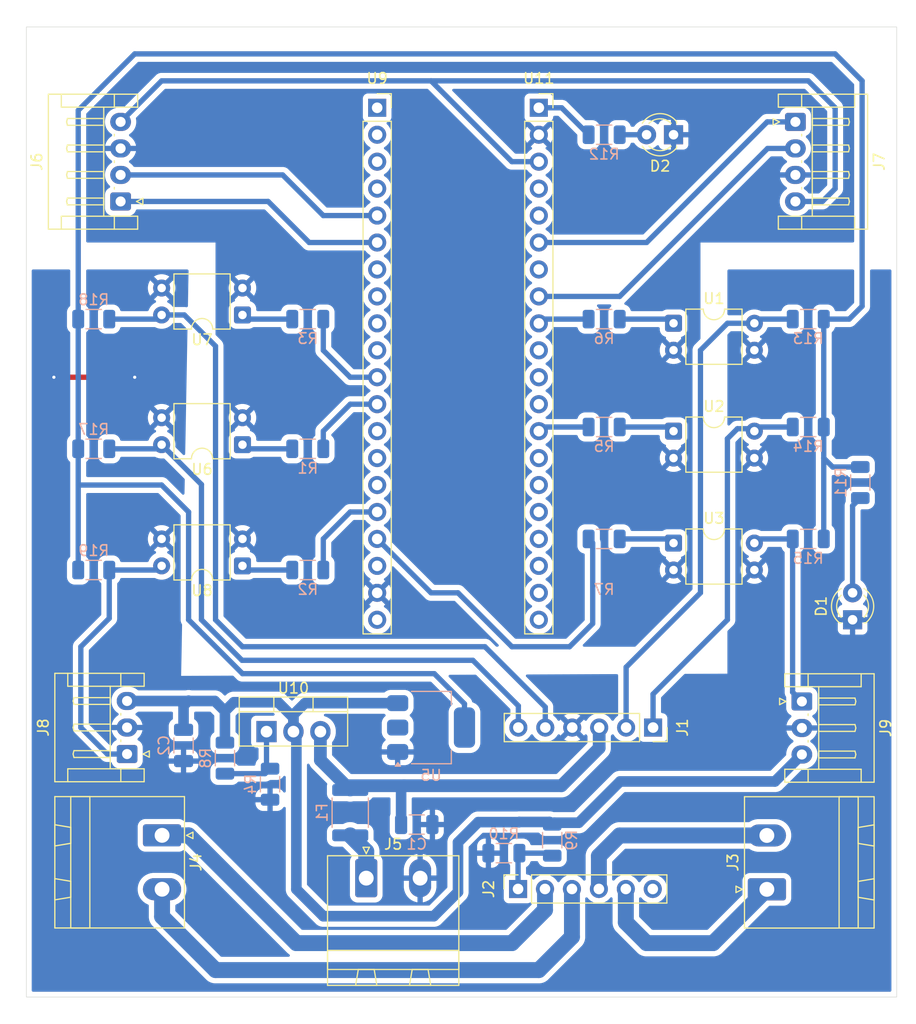
<source format=kicad_pcb>
(kicad_pcb (version 20241229) (generator "pcbnew") (generator_version "9.0")
  (layers (0 "F.Cu" signal) (2 "B.Cu" signal) (13 "F.Paste" user) (15 "B.Paste" user) (5 "F.SilkS" user "F.Silkscreen") (7 "B.SilkS" user "B.Silkscreen") (1 "F.Mask" user) (3 "B.Mask" user) (25 "Edge.Cuts" user))
  (net 0 "")
  (net 1 "PowerGND")
  (net 2 "10V")
  (net 3 "7V")
  (net 4 "In1")
  (net 5 "In3")
  (net 6 "In2")
  (net 7 "Fault")
  (net 8 "Out2")
  (net 9 "Sleep")
  (net 10 "Out4")
  (net 11 "Out3")
  (net 12 "Out1")
  (net 13 "Enc1_EXTI")
  (net 14 "DGnd")
  (net 15 "3.3V")
  (net 16 "Enc1_IN")
  (net 17 "Enc2_EXTI")
  (net 18 "Enc2_IN")
  (net 19 "Servo1PWM")
  (net 20 "Servo2PWM")
  (net 21 "PB4")
  (net 22 "Net-(R1-Pad1)")
  (net 23 "Net-(R2-Pad1)")
  (net 24 "Net-(U9-PB8)")
  (net 25 "Net-(R3-Pad1)")
  (net 26 "Net-(U9-PB3)")
  (net 27 "Net-(U10-ADJ)")
  (net 28 "Net-(R5-Pad2)")
  (net 29 "Net-(U11-PA3)")
  (net 30 "PA7")
  (net 31 "Net-(R6-Pad2)")
  (net 32 "PB9")
  (net 33 "Net-(R7-Pad2)")
  (net 34 "5V")
  (net 61 "In4")
  (net 62 "Net-(D1-A)")
  (net 63 "Net-(D2-A)")
  (net 64 "Net-(R12-Pad1)")
  (net 65 "Net-(J5-Pin_1)")
  (footprint "Connector_Phoenix_MSTB:PhoenixContact_MSTBA_2,5_2-G-5,08_1x02_P5.08mm_Horizontal" (layer "F.Cu") (at 166.608973 131.033941)
    (property "Reference" "J5" (at 2.54 -3.2 0) (layer "F.SilkS"))
    (property "Value" "10V")
    (pad "1" thru_hole roundrect (at 0 0) (size 2.08 3.6) (drill 1.4) (layers "*.Cu" "*.Mask") (roundrect_rratio 0.120192) (net 65 "Net-(J5-Pin_1)"))
    (pad "2" thru_hole oval (at 5.08 0) (size 2.08 3.6) (drill 1.4) (layers "*.Cu" "*.Mask") (net 1 "PowerGND"))
  )
  (footprint "Package_DIP:DIP-4_W7.62mm" (layer "F.Cu") (at 154.94 90.175 180)
    (property "Reference" "U6" (at 3.81 -2.33 0) (layer "F.SilkS"))
    (property "Value" "PC817")
    (pad "1" thru_hole roundrect (at 0 0 180) (size 1.6 1.6) (drill 0.8) (layers "*.Cu" "*.Mask") (roundrect_rratio 0.15625) (net 22 "Net-(R1-Pad1)"))
    (pad "2" thru_hole circle (at 0 2.54 180) (size 1.6 1.6) (drill 0.8) (layers "*.Cu" "*.Mask") (net 14 "DGnd"))
    (pad "3" thru_hole circle (at 7.62 2.54 180) (size 1.6 1.6) (drill 0.8) (layers "*.Cu" "*.Mask") (net 1 "PowerGND"))
    (pad "4" thru_hole circle (at 7.62 0 180) (size 1.6 1.6) (drill 0.8) (layers "*.Cu" "*.Mask") (net 61 "In4"))
  )
  (footprint "Connector_JST:JST_EH_S3B-EH_1x03_P2.50mm_Horizontal" (layer "F.Cu") (at 207.6797 114.38 -90)
    (property "Reference" "J9" (at 2.5 -7.9 90) (layer "F.SilkS"))
    (property "Value" "Servo2")
    (pad "1" thru_hole roundrect (at 0 0 270) (size 1.7 1.95) (drill 0.95) (layers "*.Cu" "*.Mask") (roundrect_rratio 0.147059) (net 20 "Servo2PWM"))
    (pad "2" thru_hole oval (at 2.5 0 270) (size 1.7 1.95) (drill 0.95) (layers "*.Cu" "*.Mask") (net 1 "PowerGND"))
    (pad "3" thru_hole oval (at 5 0 270) (size 1.7 1.95) (drill 0.95) (layers "*.Cu" "*.Mask") (net 3 "7V"))
  )
  (footprint "Package_DIP:DIP-4_W7.62mm" (layer "F.Cu") (at 195.58 99.45)
    (property "Reference" "U3" (at 3.81 -2.33 0) (layer "F.SilkS"))
    (property "Value" "PC817")
    (pad "1" thru_hole roundrect (at 0 0) (size 1.6 1.6) (drill 0.8) (layers "*.Cu" "*.Mask") (roundrect_rratio 0.15625) (net 33 "Net-(R7-Pad2)"))
    (pad "2" thru_hole circle (at 0 2.54) (size 1.6 1.6) (drill 0.8) (layers "*.Cu" "*.Mask") (net 14 "DGnd"))
    (pad "3" thru_hole circle (at 7.62 2.54) (size 1.6 1.6) (drill 0.8) (layers "*.Cu" "*.Mask") (net 1 "PowerGND"))
    (pad "4" thru_hole circle (at 7.62 0) (size 1.6 1.6) (drill 0.8) (layers "*.Cu" "*.Mask") (net 20 "Servo2PWM"))
  )
  (footprint "Connector_Phoenix_MSTB:PhoenixContact_MSTBA_2,5_2-G-5,08_1x02_P5.08mm_Horizontal" (layer "F.Cu") (at 147.36 127 -90)
    (property "Reference" "J4" (at 2.54 -3.2 90) (layer "F.SilkS"))
    (property "Value" "Motor1")
    (pad "1" thru_hole roundrect (at 0 0 270) (size 2.08 3.6) (drill 1.4) (layers "*.Cu" "*.Mask") (roundrect_rratio 0.120192) (net 12 "Out1"))
    (pad "2" thru_hole oval (at 5.08 0 270) (size 2.08 3.6) (drill 1.4) (layers "*.Cu" "*.Mask") (net 8 "Out2"))
  )
  (footprint "Connector_Phoenix_MSTB:PhoenixContact_MSTBA_2,5_2-G-5,08_1x02_P5.08mm_Horizontal" (layer "F.Cu") (at 204.3797 132.09 90)
    (property "Reference" "J3" (at 2.54 -3.2 90) (layer "F.SilkS"))
    (property "Value" "Motor2")
    (pad "1" thru_hole roundrect (at 0 0 90) (size 2.08 3.6) (drill 1.4) (layers "*.Cu" "*.Mask") (roundrect_rratio 0.120192) (net 10 "Out4"))
    (pad "2" thru_hole oval (at 5.08 0 90) (size 2.08 3.6) (drill 1.4) (layers "*.Cu" "*.Mask") (net 11 "Out3"))
  )
  (footprint "Connector_JST:JST_EH_S4B-EH_1x04_P2.50mm_Horizontal" (layer "F.Cu") (at 143.45 67.25 90)
    (property "Reference" "J6" (at 3.75 -7.9 90) (layer "F.SilkS"))
    (property "Value" "Encoder1")
    (pad "1" thru_hole roundrect (at 0 0 90) (size 1.7 1.95) (drill 0.95) (layers "*.Cu" "*.Mask") (roundrect_rratio 0.147059) (net 13 "Enc1_EXTI"))
    (pad "2" thru_hole oval (at 2.5 0 90) (size 1.7 1.95) (drill 0.95) (layers "*.Cu" "*.Mask") (net 16 "Enc1_IN"))
    (pad "3" thru_hole oval (at 5 0 90) (size 1.7 1.95) (drill 0.95) (layers "*.Cu" "*.Mask") (net 14 "DGnd"))
    (pad "4" thru_hole oval (at 7.5 0 90) (size 1.7 1.95) (drill 0.95) (layers "*.Cu" "*.Mask") (net 15 "3.3V"))
  )
  (footprint "Connector_PinSocket_2.54mm:PinSocket_1x20_P2.54mm_Vertical" (layer "F.Cu") (at 167.64 58.42)
    (property "Reference" "U9" (at 0 -2.77 0) (layer "F.SilkS"))
    (property "Value" "YAAJ_BluePill_Part_Like")
    (pad "1" thru_hole rect (at 0 0) (size 1.7 1.7) (drill 1) (layers "*.Cu" "*.Mask"))
    (pad "2" thru_hole circle (at 0 2.54) (size 1.7 1.7) (drill 1) (layers "*.Cu" "*.Mask"))
    (pad "3" thru_hole circle (at 0 5.08) (size 1.7 1.7) (drill 1) (layers "*.Cu" "*.Mask"))
    (pad "4" thru_hole circle (at 0 7.62) (size 1.7 1.7) (drill 1) (layers "*.Cu" "*.Mask"))
    (pad "5" thru_hole circle (at 0 10.16) (size 1.7 1.7) (drill 1) (layers "*.Cu" "*.Mask") (net 16 "Enc1_IN"))
    (pad "6" thru_hole circle (at 0 12.7) (size 1.7 1.7) (drill 1) (layers "*.Cu" "*.Mask") (net 13 "Enc1_EXTI"))
    (pad "7" thru_hole circle (at 0 15.24) (size 1.7 1.7) (drill 1) (layers "*.Cu" "*.Mask"))
    (pad "8" thru_hole circle (at 0 17.78) (size 1.7 1.7) (drill 1) (layers "*.Cu" "*.Mask"))
    (pad "9" thru_hole circle (at 0 20.32) (size 1.7 1.7) (drill 1) (layers "*.Cu" "*.Mask"))
    (pad "10" thru_hole circle (at 0 22.86) (size 1.7 1.7) (drill 1) (layers "*.Cu" "*.Mask"))
    (pad "11" thru_hole circle (at 0 25.4) (size 1.7 1.7) (drill 1) (layers "*.Cu" "*.Mask") (net 26 "Net-(U9-PB3)"))
    (pad "12" thru_hole circle (at 0 27.94) (size 1.7 1.7) (drill 1) (layers "*.Cu" "*.Mask") (net 21 "PB4"))
    (pad "13" thru_hole circle (at 0 30.48) (size 1.7 1.7) (drill 1) (layers "*.Cu" "*.Mask"))
    (pad "14" thru_hole circle (at 0 33.02) (size 1.7 1.7) (drill 1) (layers "*.Cu" "*.Mask"))
    (pad "15" thru_hole circle (at 0 35.56) (size 1.7 1.7) (drill 1) (layers "*.Cu" "*.Mask"))
    (pad "16" thru_hole circle (at 0 38.1) (size 1.7 1.7) (drill 1) (layers "*.Cu" "*.Mask") (net 24 "Net-(U9-PB8)"))
    (pad "17" thru_hole circle (at 0 40.64) (size 1.7 1.7) (drill 1) (layers "*.Cu" "*.Mask") (net 32 "PB9"))
    (pad "18" thru_hole circle (at 0 43.18) (size 1.7 1.7) (drill 1) (layers "*.Cu" "*.Mask"))
    (pad "19" thru_hole circle (at 0 45.72) (size 1.7 1.7) (drill 1) (layers "*.Cu" "*.Mask") (net 14 "DGnd"))
    (pad "20" thru_hole circle (at 0 48.26) (size 1.7 1.7) (drill 1) (layers "*.Cu" "*.Mask"))
  )
  (footprint "Connector_JST:JST_EH_S3B-EH_1x03_P2.50mm_Horizontal" (layer "F.Cu") (at 144.06 119.3369 90)
    (property "Reference" "J8" (at 2.5 -7.9 90) (layer "F.SilkS"))
    (property "Value" "Servo1")
    (pad "1" thru_hole roundrect (at 0 0 90) (size 1.7 1.95) (drill 0.95) (layers "*.Cu" "*.Mask") (roundrect_rratio 0.147059) (net 19 "Servo1PWM"))
    (pad "2" thru_hole oval (at 2.5 0 90) (size 1.7 1.95) (drill 0.95) (layers "*.Cu" "*.Mask") (net 1 "PowerGND"))
    (pad "3" thru_hole oval (at 5 0 90) (size 1.7 1.95) (drill 0.95) (layers "*.Cu" "*.Mask") (net 3 "7V"))
  )
  (footprint "Package_DIP:DIP-4_W7.62mm" (layer "F.Cu") (at 154.94 101.6 180)
    (property "Reference" "U8" (at 3.81 -2.33 0) (layer "F.SilkS"))
    (property "Value" "PC817")
    (pad "1" thru_hole roundrect (at 0 0 180) (size 1.6 1.6) (drill 0.8) (layers "*.Cu" "*.Mask") (roundrect_rratio 0.15625) (net 23 "Net-(R2-Pad1)"))
    (pad "2" thru_hole circle (at 0 2.54 180) (size 1.6 1.6) (drill 0.8) (layers "*.Cu" "*.Mask") (net 14 "DGnd"))
    (pad "3" thru_hole circle (at 7.62 2.54 180) (size 1.6 1.6) (drill 0.8) (layers "*.Cu" "*.Mask") (net 1 "PowerGND"))
    (pad "4" thru_hole circle (at 7.62 0 180) (size 1.6 1.6) (drill 0.8) (layers "*.Cu" "*.Mask") (net 19 "Servo1PWM"))
  )
  (footprint "Connector_JST:JST_EH_S4B-EH_1x04_P2.50mm_Horizontal" (layer "F.Cu") (at 207.0697 59.75 -90)
    (property "Reference" "J7" (at 3.75 -7.9 90) (layer "F.SilkS"))
    (property "Value" "Encoder2")
    (pad "1" thru_hole roundrect (at 0 0 270) (size 1.7 1.95) (drill 0.95) (layers "*.Cu" "*.Mask") (roundrect_rratio 0.147059) (net 17 "Enc2_EXTI"))
    (pad "2" thru_hole oval (at 2.5 0 270) (size 1.7 1.95) (drill 0.95) (layers "*.Cu" "*.Mask") (net 18 "Enc2_IN"))
    (pad "3" thru_hole oval (at 5 0 270) (size 1.7 1.95) (drill 0.95) (layers "*.Cu" "*.Mask") (net 14 "DGnd"))
    (pad "4" thru_hole oval (at 7.5 0 270) (size 1.7 1.95) (drill 0.95) (layers "*.Cu" "*.Mask") (net 15 "3.3V"))
  )
  (footprint "Connector_PinSocket_2.54mm:PinSocket_1x06_P2.54mm_Vertical" (layer "F.Cu") (at 180.9225 132.055 90)
    (property "Reference" "J2" (at 0 -2.77 90) (layer "F.SilkS"))
    (property "Value" "Conn_01x06_Socket")
    (pad "1" thru_hole rect (at 0 0 90) (size 1.7 1.7) (drill 1) (layers "*.Cu" "*.Mask") (net 9 "Sleep"))
    (pad "2" thru_hole circle (at 0 2.54 90) (size 1.7 1.7) (drill 1) (layers "*.Cu" "*.Mask") (net 12 "Out1"))
    (pad "3" thru_hole circle (at 0 5.08 90) (size 1.7 1.7) (drill 1) (layers "*.Cu" "*.Mask") (net 8 "Out2"))
    (pad "4" thru_hole circle (at 0 7.62 90) (size 1.7 1.7) (drill 1) (layers "*.Cu" "*.Mask") (net 11 "Out3"))
    (pad "5" thru_hole circle (at 0 10.16 90) (size 1.7 1.7) (drill 1) (layers "*.Cu" "*.Mask") (net 10 "Out4"))
    (pad "6" thru_hole circle (at 0 12.7 90) (size 1.7 1.7) (drill 1) (layers "*.Cu" "*.Mask") (net 7 "Fault"))
  )
  (footprint "Connector_PinSocket_2.54mm:PinSocket_1x06_P2.54mm_Vertical" (layer "F.Cu") (at 193.65 116.84 -90)
    (property "Reference" "J1" (at 0 -2.77 90) (layer "F.SilkS"))
    (property "Value" "Conn_01x06_Socket")
    (pad "1" thru_hole rect (at 0 0 270) (size 1.7 1.7) (drill 1) (layers "*.Cu" "*.Mask") (net 4 "In1"))
    (pad "2" thru_hole circle (at 0 2.54 270) (size 1.7 1.7) (drill 1) (layers "*.Cu" "*.Mask") (net 6 "In2"))
    (pad "3" thru_hole circle (at 0 5.08 270) (size 1.7 1.7) (drill 1) (layers "*.Cu" "*.Mask") (net 2 "10V"))
    (pad "4" thru_hole circle (at 0 7.62 270) (size 1.7 1.7) (drill 1) (layers "*.Cu" "*.Mask") (net 1 "PowerGND"))
    (pad "5" thru_hole circle (at 0 10.16 270) (size 1.7 1.7) (drill 1) (layers "*.Cu" "*.Mask") (net 5 "In3"))
    (pad "6" thru_hole circle (at 0 12.7 270) (size 1.7 1.7) (drill 1) (layers "*.Cu" "*.Mask") (net 61 "In4"))
  )
  (footprint "Package_DIP:DIP-4_W7.62mm" (layer "F.Cu") (at 154.94 77.95 180)
    (property "Reference" "U7" (at 3.81 -2.33 0) (layer "F.SilkS"))
    (property "Value" "PC817")
    (pad "1" thru_hole roundrect (at 0 0 180) (size 1.6 1.6) (drill 0.8) (layers "*.Cu" "*.Mask") (roundrect_rratio 0.15625) (net 25 "Net-(R3-Pad1)"))
    (pad "2" thru_hole circle (at 0 2.54 180) (size 1.6 1.6) (drill 0.8) (layers "*.Cu" "*.Mask") (net 14 "DGnd"))
    (pad "3" thru_hole circle (at 7.62 2.54 180) (size 1.6 1.6) (drill 0.8) (layers "*.Cu" "*.Mask") (net 1 "PowerGND"))
    (pad "4" thru_hole circle (at 7.62 0 180) (size 1.6 1.6) (drill 0.8) (layers "*.Cu" "*.Mask") (net 5 "In3"))
  )
  (footprint "LED_THT:LED_D3.0mm_Clear" (layer "F.Cu") (at 212.46199 106.68 90)
    (property "Reference" "D1" (at 1.27 -2.96 90) (layer "F.SilkS"))
    (property "Value" "LED")
    (pad "1" thru_hole rect (at 0 0 90) (size 1.8 1.8) (drill 0.9) (layers "*.Cu" "*.Mask") (net 1 "PowerGND"))
    (pad "2" thru_hole circle (at 2.54 0 90) (size 1.8 1.8) (drill 0.9) (layers "*.Cu" "*.Mask") (net 62 "Net-(D1-A)"))
  )
  (footprint "Package_DIP:DIP-4_W7.62mm" (layer "F.Cu") (at 195.58 78.73)
    (property "Reference" "U1" (at 3.81 -2.33 0) (layer "F.SilkS"))
    (property "Value" "PC817")
    (pad "1" thru_hole roundrect (at 0 0) (size 1.6 1.6) (drill 0.8) (layers "*.Cu" "*.Mask") (roundrect_rratio 0.15625) (net 31 "Net-(R6-Pad2)"))
    (pad "2" thru_hole circle (at 0 2.54) (size 1.6 1.6) (drill 0.8) (layers "*.Cu" "*.Mask") (net 14 "DGnd"))
    (pad "3" thru_hole circle (at 7.62 2.54) (size 1.6 1.6) (drill 0.8) (layers "*.Cu" "*.Mask") (net 1 "PowerGND"))
    (pad "4" thru_hole circle (at 7.62 0) (size 1.6 1.6) (drill 0.8) (layers "*.Cu" "*.Mask") (net 6 "In2"))
  )
  (footprint "Package_DIP:DIP-4_W7.62mm" (layer "F.Cu") (at 195.58 88.9)
    (property "Reference" "U2" (at 3.81 -2.33 0) (layer "F.SilkS"))
    (property "Value" "PC817")
    (pad "1" thru_hole roundrect (at 0 0) (size 1.6 1.6) (drill 0.8) (layers "*.Cu" "*.Mask") (roundrect_rratio 0.15625) (net 28 "Net-(R5-Pad2)"))
    (pad "2" thru_hole circle (at 0 2.54) (size 1.6 1.6) (drill 0.8) (layers "*.Cu" "*.Mask") (net 14 "DGnd"))
    (pad "3" thru_hole circle (at 7.62 2.54) (size 1.6 1.6) (drill 0.8) (layers "*.Cu" "*.Mask") (net 1 "PowerGND"))
    (pad "4" thru_hole circle (at 7.62 0) (size 1.6 1.6) (drill 0.8) (layers "*.Cu" "*.Mask") (net 4 "In1"))
  )
  (footprint "LED_THT:LED_D3.0mm_Clear" (layer "F.Cu") (at 195.58 60.96 180)
    (property "Reference" "D2" (at 1.27 -2.96 0) (layer "F.SilkS"))
    (property "Value" "LED")
    (pad "1" thru_hole rect (at 0 0 180) (size 1.8 1.8) (drill 0.9) (layers "*.Cu" "*.Mask") (net 14 "DGnd"))
    (pad "2" thru_hole circle (at 2.54 0 180) (size 1.8 1.8) (drill 0.9) (layers "*.Cu" "*.Mask") (net 63 "Net-(D2-A)"))
  )
  (footprint "Package_TO_SOT_THT:TO-220-3_Vertical" (layer "F.Cu") (at 157.205554 117.223296)
    (property "Reference" "U10" (at 2.54 -4.1 0) (layer "F.SilkS"))
    (property "Value" "LM350_TO220")
    (pad "1" thru_hole rect (at 0 0) (size 1.905 2) (drill 1.1) (layers "*.Cu" "*.Mask") (net 27 "Net-(U10-ADJ)"))
    (pad "2" thru_hole oval (at 2.54 0) (size 1.905 2) (drill 1.1) (layers "*.Cu" "*.Mask") (net 3 "7V"))
    (pad "3" thru_hole oval (at 5.08 0) (size 1.905 2) (drill 1.1) (layers "*.Cu" "*.Mask") (net 2 "10V"))
  )
  (footprint "Connector_PinSocket_2.54mm:PinSocket_1x20_P2.54mm_Vertical" (layer "F.Cu") (at 182.88 58.42)
    (property "Reference" "U11" (at 0 -2.77 0) (layer "F.SilkS"))
    (property "Value" "YAAJ_BluePill_Part_Like")
    (pad "21" thru_hole circle (at 0 48.26) (size 1.7 1.7) (drill 1) (layers "*.Cu" "*.Mask"))
    (pad "22" thru_hole circle (at 0 45.72) (size 1.7 1.7) (drill 1) (layers "*.Cu" "*.Mask"))
    (pad "23" thru_hole circle (at 0 43.18) (size 1.7 1.7) (drill 1) (layers "*.Cu" "*.Mask"))
    (pad "24" thru_hole circle (at 0 40.64) (size 1.7 1.7) (drill 1) (layers "*.Cu" "*.Mask"))
    (pad "25" thru_hole circle (at 0 38.1) (size 1.7 1.7) (drill 1) (layers "*.Cu" "*.Mask"))
    (pad "26" thru_hole circle (at 0 35.56) (size 1.7 1.7) (drill 1) (layers "*.Cu" "*.Mask"))
    (pad "27" thru_hole circle (at 0 33.02) (size 1.7 1.7) (drill 1) (layers "*.Cu" "*.Mask"))
    (pad "28" thru_hole circle (at 0 30.48) (size 1.7 1.7) (drill 1) (layers "*.Cu" "*.Mask") (net 29 "Net-(U11-PA3)"))
    (pad "29" thru_hole circle (at 0 27.94) (size 1.7 1.7) (drill 1) (layers "*.Cu" "*.Mask"))
    (pad "30" thru_hole circle (at 0 25.4) (size 1.7 1.7) (drill 1) (layers "*.Cu" "*.Mask"))
    (pad "31" thru_hole circle (at 0 22.86) (size 1.7 1.7) (drill 1) (layers "*.Cu" "*.Mask"))
    (pad "32" thru_hole circle (at 0 20.32) (size 1.7 1.7) (drill 1) (layers "*.Cu" "*.Mask") (net 30 "PA7"))
    (pad "33" thru_hole circle (at 0 17.78) (size 1.7 1.7) (drill 1) (layers "*.Cu" "*.Mask") (net 18 "Enc2_IN"))
    (pad "34" thru_hole circle (at 0 15.24) (size 1.7 1.7) (drill 1) (layers "*.Cu" "*.Mask"))
    (pad "35" thru_hole circle (at 0 12.7) (size 1.7 1.7) (drill 1) (layers "*.Cu" "*.Mask") (net 17 "Enc2_EXTI"))
    (pad "36" thru_hole circle (at 0 10.16) (size 1.7 1.7) (drill 1) (layers "*.Cu" "*.Mask"))
    (pad "37" thru_hole circle (at 0 7.62) (size 1.7 1.7) (drill 1) (layers "*.Cu" "*.Mask"))
    (pad "38" thru_hole circle (at 0 5.08) (size 1.7 1.7) (drill 1) (layers "*.Cu" "*.Mask") (net 15 "3.3V"))
    (pad "39" thru_hole rect (at 0 0) (size 1.7 1.7) (drill 1) (layers "*.Cu" "*.Mask") (net 64 "Net-(R12-Pad1)"))
    (pad "40" thru_hole circle (at 0 2.54) (size 1.7 1.7) (drill 1) (layers "*.Cu" "*.Mask") (net 14 "DGnd"))
  )
  (footprint "Resistor_SMD:R_1206_3216Metric" (layer "B.Cu") (at 161.0975 90.565)
    (property "Reference" "R1" (at 0 1.83 0) (layer "B.SilkS") (effects (justify mirror)))
    (property "Value" "560R")
    (pad "1" smd roundrect (at -1.4625 0) (size 1.125 1.75) (layers "B.Cu" "B.Mask" "B.Paste") (roundrect_rratio 0.222222) (net 22 "Net-(R1-Pad1)"))
    (pad "2" smd roundrect (at 1.4625 0) (size 1.125 1.75) (layers "B.Cu" "B.Mask" "B.Paste") (roundrect_rratio 0.222222) (net 21 "PB4"))
  )
  (footprint "Resistor_SMD:R_1206_3216Metric" (layer "B.Cu") (at 140.9175 78.34 180)
    (property "Reference" "R18" (at 0 1.83 0) (layer "B.SilkS") (effects (justify mirror)))
    (property "Value" "10KR")
    (pad "1" smd roundrect (at -1.4625 0 180) (size 1.125 1.75) (layers "B.Cu" "B.Mask" "B.Paste") (roundrect_rratio 0.222222) (net 5 "In3"))
    (pad "2" smd roundrect (at 1.4625 0 180) (size 1.125 1.75) (layers "B.Cu" "B.Mask" "B.Paste") (roundrect_rratio 0.222222) (net 34 "5V"))
  )
  (footprint "Resistor_SMD:R_1206_3216Metric" (layer "B.Cu") (at 189.0375 78.34)
    (property "Reference" "R6" (at 0 1.83 0) (layer "B.SilkS") (effects (justify mirror)))
    (property "Value" "560R")
    (pad "1" smd roundrect (at -1.4625 0) (size 1.125 1.75) (layers "B.Cu" "B.Mask" "B.Paste") (roundrect_rratio 0.222222) (net 30 "PA7"))
    (pad "2" smd roundrect (at 1.4625 0) (size 1.125 1.75) (layers "B.Cu" "B.Mask" "B.Paste") (roundrect_rratio 0.222222) (net 31 "Net-(R6-Pad2)"))
  )
  (footprint "Capacitor_SMD:C_1206_3216Metric" (layer "B.Cu") (at 149.384191 118.525428 -90)
    (property "Reference" "C2" (at 0 1.85 90) (layer "B.SilkS") (effects (justify mirror)))
    (property "Value" "22uF")
    (pad "1" smd roundrect (at -1.475 0 270) (size 1.15 1.8) (layers "B.Cu" "B.Mask" "B.Paste") (roundrect_rratio 0.217391) (net 3 "7V"))
    (pad "2" smd roundrect (at 1.475 0 270) (size 1.15 1.8) (layers "B.Cu" "B.Mask" "B.Paste") (roundrect_rratio 0.217391) (net 1 "PowerGND"))
  )
  (footprint "Resistor_SMD:R_1206_3216Metric" (layer "B.Cu") (at 161.0975 101.99)
    (property "Reference" "R2" (at 0 1.83 0) (layer "B.SilkS") (effects (justify mirror)))
    (property "Value" "560R")
    (pad "1" smd roundrect (at -1.4625 0) (size 1.125 1.75) (layers "B.Cu" "B.Mask" "B.Paste") (roundrect_rratio 0.222222) (net 23 "Net-(R2-Pad1)"))
    (pad "2" smd roundrect (at 1.4625 0) (size 1.125 1.75) (layers "B.Cu" "B.Mask" "B.Paste") (roundrect_rratio 0.222222) (net 24 "Net-(U9-PB8)"))
  )
  (footprint "Package_TO_SOT_SMD:SOT-223-3_TabPin2" (layer "B.Cu") (at 172.72 116.84)
    (property "Reference" "U5" (at 0 4.5 0) (layer "B.SilkS") (effects (justify mirror)))
    (property "Value" "AMS1117-5.0")
    (pad "1" smd roundrect (at -3.15 2.3) (size 2 1.5) (layers "B.Cu" "B.Mask" "B.Paste") (net 1 "PowerGND"))
    (pad "2" smd roundrect (at -3.15 0) (size 2 1.5) (layers "B.Cu" "B.Mask" "B.Paste") (net 34 "5V"))
    (pad "2" smd roundrect (at 3.15 0) (size 2 3.8) (layers "B.Cu" "B.Mask" "B.Paste") (net 34 "5V"))
    (pad "3" smd roundrect (at -3.15 -2.3) (size 2 1.5) (layers "B.Cu" "B.Mask" "B.Paste") (net 3 "7V"))
  )
  (footprint "Resistor_SMD:R_1206_3216Metric" (layer "B.Cu") (at 140.9175 90.565 180)
    (property "Reference" "R17" (at 0 1.83 0) (layer "B.SilkS") (effects (justify mirror)))
    (property "Value" "10KR")
    (pad "1" smd roundrect (at -1.4625 0 180) (size 1.125 1.75) (layers "B.Cu" "B.Mask" "B.Paste") (roundrect_rratio 0.222222) (net 61 "In4"))
    (pad "2" smd roundrect (at 1.4625 0 180) (size 1.125 1.75) (layers "B.Cu" "B.Mask" "B.Paste") (roundrect_rratio 0.222222) (net 34 "5V"))
  )
  (footprint "Resistor_SMD:R_1206_3216Metric" (layer "B.Cu") (at 140.9175 101.99 180)
    (property "Reference" "R19" (at 0 1.83 0) (layer "B.SilkS") (effects (justify mirror)))
    (property "Value" "10KR")
    (pad "1" smd roundrect (at -1.4625 0 180) (size 1.125 1.75) (layers "B.Cu" "B.Mask" "B.Paste") (roundrect_rratio 0.222222) (net 19 "Servo1PWM"))
    (pad "2" smd roundrect (at 1.4625 0 180) (size 1.125 1.75) (layers "B.Cu" "B.Mask" "B.Paste") (roundrect_rratio 0.222222) (net 34 "5V"))
  )
  (footprint "Resistor_SMD:R_1206_3216Metric" (layer "B.Cu") (at 184.1425 127.453749 90)
    (property "Reference" "R9" (at 0 1.83 90) (layer "B.SilkS") (effects (justify mirror)))
    (property "Value" "10K")
    (pad "1" smd roundrect (at -1.4625 0 90) (size 1.125 1.75) (layers "B.Cu" "B.Mask" "B.Paste") (roundrect_rratio 0.222222) (net 9 "Sleep"))
    (pad "2" smd roundrect (at 1.4625 0 90) (size 1.125 1.75) (layers "B.Cu" "B.Mask" "B.Paste") (roundrect_rratio 0.222222) (net 3 "7V"))
  )
  (footprint "Resistor_SMD:R_1206_3216Metric" (layer "B.Cu") (at 208.28 88.51)
    (property "Reference" "R14" (at 0 1.83 0) (layer "B.SilkS") (effects (justify mirror)))
    (property "Value" "10KR")
    (pad "1" smd roundrect (at -1.4625 0) (size 1.125 1.75) (layers "B.Cu" "B.Mask" "B.Paste") (roundrect_rratio 0.222222) (net 4 "In1"))
    (pad "2" smd roundrect (at 1.4625 0) (size 1.125 1.75) (layers "B.Cu" "B.Mask" "B.Paste") (roundrect_rratio 0.222222) (net 34 "5V"))
  )
  (footprint "Resistor_SMD:R_1206_3216Metric" (layer "B.Cu") (at 179.585864 128.678013 180)
    (property "Reference" "R10" (at 0 1.83 0) (layer "B.SilkS") (effects (justify mirror)))
    (property "Value" "10K")
    (pad "1" smd roundrect (at -1.4625 0 180) (size 1.125 1.75) (layers "B.Cu" "B.Mask" "B.Paste") (roundrect_rratio 0.222222) (net 9 "Sleep"))
    (pad "2" smd roundrect (at 1.4625 0 180) (size 1.125 1.75) (layers "B.Cu" "B.Mask" "B.Paste") (roundrect_rratio 0.222222) (net 1 "PowerGND"))
  )
  (footprint "Resistor_SMD:R_1206_3216Metric" (layer "B.Cu") (at 161.0975 78.34)
    (property "Reference" "R3" (at 0 1.83 0) (layer "B.SilkS") (effects (justify mirror)))
    (property "Value" "560R")
    (pad "1" smd roundrect (at -1.4625 0) (size 1.125 1.75) (layers "B.Cu" "B.Mask" "B.Paste") (roundrect_rratio 0.222222) (net 25 "Net-(R3-Pad1)"))
    (pad "2" smd roundrect (at 1.4625 0) (size 1.125 1.75) (layers "B.Cu" "B.Mask" "B.Paste") (roundrect_rratio 0.222222) (net 26 "Net-(U9-PB3)"))
  )
  (footprint "Resistor_SMD:R_1206_3216Metric" (layer "B.Cu") (at 189.0375 88.51)
    (property "Reference" "R5" (at 0 1.83 0) (layer "B.SilkS") (effects (justify mirror)))
    (property "Value" "560R")
    (pad "1" smd roundrect (at -1.4625 0) (size 1.125 1.75) (layers "B.Cu" "B.Mask" "B.Paste") (roundrect_rratio 0.222222) (net 29 "Net-(U11-PA3)"))
    (pad "2" smd roundrect (at 1.4625 0) (size 1.125 1.75) (layers "B.Cu" "B.Mask" "B.Paste") (roundrect_rratio 0.222222) (net 28 "Net-(R5-Pad2)"))
  )
  (footprint "Capacitor_SMD:C_1206_3216Metric" (layer "B.Cu") (at 171.370246 125.983831)
    (property "Reference" "C1" (at 0 1.85 0) (layer "B.SilkS") (effects (justify mirror)))
    (property "Value" "10uF")
    (pad "1" smd roundrect (at -1.475 0) (size 1.15 1.8) (layers "B.Cu" "B.Mask" "B.Paste") (roundrect_rratio 0.217391) (net 2 "10V"))
    (pad "2" smd roundrect (at 1.475 0) (size 1.15 1.8) (layers "B.Cu" "B.Mask" "B.Paste") (roundrect_rratio 0.217391) (net 1 "PowerGND"))
  )
  (footprint "Resistor_SMD:R_1206_3216Metric" (layer "B.Cu") (at 213.188474 93.743686 -90)
    (property "Reference" "R11" (at 0 1.83 90) (layer "B.SilkS") (effects (justify mirror)))
    (property "Value" "1KR")
    (pad "1" smd roundrect (at -1.4625 0 270) (size 1.125 1.75) (layers "B.Cu" "B.Mask" "B.Paste") (roundrect_rratio 0.222222) (net 34 "5V"))
    (pad "2" smd roundrect (at 1.4625 0 270) (size 1.125 1.75) (layers "B.Cu" "B.Mask" "B.Paste") (roundrect_rratio 0.222222) (net 62 "Net-(D1-A)"))
  )
  (footprint "Resistor_SMD:R_1206_3216Metric" (layer "B.Cu") (at 208.28 78.34)
    (property "Reference" "R13" (at 0 1.83 0) (layer "B.SilkS") (effects (justify mirror)))
    (property "Value" "10KR")
    (pad "1" smd roundrect (at -1.4625 0) (size 1.125 1.75) (layers "B.Cu" "B.Mask" "B.Paste") (roundrect_rratio 0.222222) (net 6 "In2"))
    (pad "2" smd roundrect (at 1.4625 0) (size 1.125 1.75) (layers "B.Cu" "B.Mask" "B.Paste") (roundrect_rratio 0.222222) (net 34 "5V"))
  )
  (footprint "Resistor_SMD:R_1206_3216Metric" (layer "B.Cu") (at 189.0375 60.96)
    (property "Reference" "R12" (at 0 1.83 0) (layer "B.SilkS") (effects (justify mirror)))
    (property "Value" "1KR")
    (pad "1" smd roundrect (at -1.4625 0) (size 1.125 1.75) (layers "B.Cu" "B.Mask" "B.Paste") (roundrect_rratio 0.222222) (net 64 "Net-(R12-Pad1)"))
    (pad "2" smd roundrect (at 1.4625 0) (size 1.125 1.75) (layers "B.Cu" "B.Mask" "B.Paste") (roundrect_rratio 0.222222) (net 63 "Net-(D2-A)"))
  )
  (footprint "Resistor_SMD:R_1206_3216Metric" (layer "B.Cu") (at 157.540188 122.177432 -90)
    (property "Reference" "R4" (at 0 1.83 90) (layer "B.SilkS") (effects (justify mirror)))
    (property "Value" "4.7kR")
    (pad "1" smd roundrect (at -1.4625 0 270) (size 1.125 1.75) (layers "B.Cu" "B.Mask" "B.Paste") (roundrect_rratio 0.222222) (net 27 "Net-(U10-ADJ)"))
    (pad "2" smd roundrect (at 1.4625 0 270) (size 1.125 1.75) (layers "B.Cu" "B.Mask" "B.Paste") (roundrect_rratio 0.222222) (net 1 "PowerGND"))
  )
  (footprint "Fuse:Fuse_1812_4532Metric" (layer "B.Cu") (at 165.1 124.8625 -90)
    (property "Reference" "F1" (at 0 2.65 90) (layer "B.SilkS") (effects (justify mirror)))
    (property "Value" "Fuse")
    (pad "1" smd roundrect (at -2.1375 0 270) (size 1.125 3.4) (layers "B.Cu" "B.Mask" "B.Paste") (roundrect_rratio 0.222222) (net 2 "10V"))
    (pad "2" smd roundrect (at 2.1375 0 270) (size 1.125 3.4) (layers "B.Cu" "B.Mask" "B.Paste") (roundrect_rratio 0.222222) (net 65 "Net-(J5-Pin_1)"))
  )
  (footprint "Resistor_SMD:R_1206_3216Metric" (layer "B.Cu") (at 189.0375 99.06)
    (property "Reference" "R7" (at 0 4.76 0) (layer "B.SilkS") (effects (justify mirror)))
    (property "Value" "560R")
    (pad "1" smd roundrect (at -1.4625 0) (size 1.125 1.75) (layers "B.Cu" "B.Mask" "B.Paste") (roundrect_rratio 0.222222) (net 32 "PB9"))
    (pad "2" smd roundrect (at 1.4625 0) (size 1.125 1.75) (layers "B.Cu" "B.Mask" "B.Paste") (roundrect_rratio 0.222222) (net 33 "Net-(R7-Pad2)"))
  )
  (footprint "Resistor_SMD:R_1206_3216Metric" (layer "B.Cu") (at 153.286792 119.721863 -90)
    (property "Reference" "R8" (at 0 1.83 90) (layer "B.SilkS") (effects (justify mirror)))
    (property "Value" "1KR")
    (pad "1" smd roundrect (at -1.4625 0 270) (size 1.125 1.75) (layers "B.Cu" "B.Mask" "B.Paste") (roundrect_rratio 0.222222) (net 3 "7V"))
    (pad "2" smd roundrect (at 1.4625 0 270) (size 1.125 1.75) (layers "B.Cu" "B.Mask" "B.Paste") (roundrect_rratio 0.222222) (net 27 "Net-(U10-ADJ)"))
  )
  (footprint "Resistor_SMD:R_1206_3216Metric" (layer "B.Cu") (at 208.28 99.06)
    (property "Reference" "R15" (at 0 1.83 0) (layer "B.SilkS") (effects (justify mirror)))
    (property "Value" "10KR")
    (pad "1" smd roundrect (at -1.4625 0) (size 1.125 1.75) (layers "B.Cu" "B.Mask" "B.Paste") (roundrect_rratio 0.222222) (net 20 "Servo2PWM"))
    (pad "2" smd roundrect (at 1.4625 0) (size 1.125 1.75) (layers "B.Cu" "B.Mask" "B.Paste") (roundrect_rratio 0.222222) (net 34 "5V"))
  )
  (gr_rect (start 134.5675 50.8) (end 216.623118 142.24) (stroke (width 0.05)) (fill no) (layer "Edge.Cuts"))
  (segment (start 137.16 83.82) (end 144.78 83.82) (width 0.5) (layer "F.Cu") (net 1))
  (via (at 144.78 83.82) (size 0.6) (drill 0.3) (layers "F.Cu" "B.Cu") (net 1))
  (via (at 137.16 83.82) (size 0.6) (drill 0.3) (layers "F.Cu" "B.Cu") (net 1))
  (segment (start 164.6975 122.3225) (end 170.18 122.3225) (width 1.2) (layer "B.Cu") (net 2))
  (segment (start 188.57 118.77) (end 188.57 116.84) (width 1.2) (layer "B.Cu") (net 2))
  (segment (start 170.18 122.3225) (end 185.0175 122.3225) (width 1.2) (layer "B.Cu") (net 2))
  (segment (start 169.895246 125.983831) (end 169.895246 122.607254) (width 1) (layer "B.Cu") (net 2))
  (segment (start 185.0175 122.3225) (end 188.57 118.77) (width 1.2) (layer "B.Cu") (net 2))
  (segment (start 162.285554 119.910554) (end 162.285554 117.223296) (width 1.2) (layer "B.Cu") (net 2))
  (segment (start 164.6975 122.3225) (end 162.285554 119.910554) (width 1.2) (layer "B.Cu") (net 2))
  (segment (start 169.895246 122.607254) (end 170.18 122.3225) (width 0.2) (layer "B.Cu") (net 2))
  (segment (start 165.1 122.725) (end 164.6975 122.3225) (width 1.2) (layer "B.Cu") (net 2))
  (segment (start 149.384191 114.775809) (end 149.86 114.3) (width 1) (layer "B.Cu") (net 3))
  (segment (start 175.26 127.661295) (end 177.168748 125.752547) (width 1) (layer "B.Cu") (net 3))
  (segment (start 177.168748 125.752547) (end 181.016319 125.752547) (width 1) (layer "B.Cu") (net 3))
  (segment (start 205.1397 121.92) (end 190.538501 121.92) (width 1) (layer "B.Cu") (net 3))
  (segment (start 169.57 114.54) (end 160.82826 114.54) (width 1) (layer "B.Cu") (net 3))
  (segment (start 160.02 132.08) (end 162.56 134.62) (width 1) (layer "B.Cu") (net 3))
  (segment (start 144.06 114.3369) (end 152.33026 114.3369) (width 1) (layer "B.Cu") (net 3))
  (segment (start 184.324932 125.808817) (end 184.1425 125.991249) (width 1) (layer "B.Cu") (net 3))
  (segment (start 160.02 117.497742) (end 160.02 132.08) (width 1) (layer "B.Cu") (net 3))
  (segment (start 149.384191 117.050428) (end 149.384191 114.775809) (width 1) (layer "B.Cu") (net 3))
  (segment (start 159.745554 115.905179) (end 158.293233 114.452858) (width 1) (layer "B.Cu") (net 3))
  (segment (start 172.978503 134.62) (end 175.26 132.338503) (width 1) (layer "B.Cu") (net 3))
  (segment (start 159.745554 117.223296) (end 159.745554 115.905179) (width 1) (layer "B.Cu") (net 3))
  (segment (start 153.286792 115.293432) (end 153.286792 118.259363) (width 1) (layer "B.Cu") (net 3))
  (segment (start 183.891014 125.739763) (end 184.1425 125.991249) (width 1) (layer "B.Cu") (net 3))
  (segment (start 158.293233 114.452858) (end 154.127366 114.452858) (width 1) (layer "B.Cu") (net 3))
  (segment (start 190.538501 121.92) (end 186.649684 125.808817) (width 1) (layer "B.Cu") (net 3))
  (segment (start 186.649684 125.808817) (end 184.324932 125.808817) (width 1) (layer "B.Cu") (net 3))
  (segment (start 207.6797 119.38) (end 205.1397 121.92) (width 1) (layer "B.Cu") (net 3))
  (segment (start 154.127366 114.452858) (end 153.286792 115.293432) (width 1) (layer "B.Cu") (net 3))
  (segment (start 159.745554 115.622706) (end 159.745554 117.223296) (width 1) (layer "B.Cu") (net 3))
  (segment (start 181.029103 125.739763) (end 183.891014 125.739763) (width 1) (layer "B.Cu") (net 3))
  (segment (start 181.016319 125.752547) (end 181.029103 125.739763) (width 1) (layer "B.Cu") (net 3))
  (segment (start 175.26 132.338503) (end 175.26 127.661295) (width 1) (layer "B.Cu") (net 3))
  (segment (start 159.745554 117.223296) (end 160.02 117.497742) (width 1) (layer "B.Cu") (net 3))
  (segment (start 152.33026 114.3369) (end 153.286792 115.293432) (width 1) (layer "B.Cu") (net 3))
  (segment (start 160.82826 114.54) (end 159.745554 115.622706) (width 1) (layer "B.Cu") (net 3))
  (segment (start 162.56 134.62) (end 172.978503 134.62) (width 1) (layer "B.Cu") (net 3))
  (segment (start 201.601322 88.671617) (end 200.66 89.612939) (width 0.5) (layer "B.Cu") (net 4))
  (segment (start 200.66 106.68) (end 193.65 113.69) (width 0.5) (layer "B.Cu") (net 4))
  (segment (start 203.59 88.51) (end 203.2 88.9) (width 0.5) (layer "B.Cu") (net 4))
  (segment (start 203.2 88.9) (end 202.971617 88.671617) (width 0.5) (layer "B.Cu") (net 4))
  (segment (start 206.8175 88.51) (end 203.59 88.51) (width 0.5) (layer "B.Cu") (net 4))
  (segment (start 200.66 89.612939) (end 200.66 106.68) (width 0.5) (layer "B.Cu") (net 4))
  (segment (start 193.65 113.69) (end 193.65 116.84) (width 0.5) (layer "B.Cu") (net 4))
  (segment (start 202.971617 88.671617) (end 201.601322 88.671617) (width 0.5) (layer "B.Cu") (net 4))
  (segment (start 147.32 77.95) (end 149.465 77.95) (width 0.5) (layer "B.Cu") (net 5))
  (segment (start 152.4 106.68) (end 154.94 109.22) (width 0.5) (layer "B.Cu") (net 5))
  (segment (start 154.94 109.22) (end 177.8 109.22) (width 0.5) (layer "B.Cu") (net 5))
  (segment (start 149.465 77.95) (end 152.4 80.885) (width 0.5) (layer "B.Cu") (net 5))
  (segment (start 177.8 109.22) (end 183.49 114.91) (width 0.5) (layer "B.Cu") (net 5))
  (segment (start 146.93 78.34) (end 147.32 77.95) (width 0.5) (layer "B.Cu") (net 5))
  (segment (start 142.38 78.34) (end 146.93 78.34) (width 0.5) (layer "B.Cu") (net 5))
  (segment (start 183.49 114.91) (end 183.49 116.84) (width 0.5) (layer "B.Cu") (net 5))
  (segment (start 152.4 80.885) (end 152.4 106.68) (width 0.5) (layer "B.Cu") (net 5))
  (segment (start 198.12 81.275) (end 198.12 104.14) (width 0.5) (layer "B.Cu") (net 6))
  (segment (start 203.2 78.73) (end 200.665 78.73) (width 0.5) (layer "B.Cu") (net 6))
  (segment (start 206.8175 78.34) (end 203.59 78.34) (width 0.5) (layer "B.Cu") (net 6))
  (segment (start 200.665 78.73) (end 198.12 81.275) (width 0.5) (layer "B.Cu") (net 6))
  (segment (start 203.59 78.34) (end 203.2 78.73) (width 0.5) (layer "B.Cu") (net 6))
  (segment (start 191.11 111.15) (end 191.11 116.84) (width 0.5) (layer "B.Cu") (net 6))
  (segment (start 198.12 104.14) (end 191.11 111.15) (width 0.5) (layer "B.Cu") (net 6))
  (segment (start 147.36 132.08) (end 147.36 134.66) (width 1.5) (layer "B.Cu") (net 8))
  (segment (start 182.88 139.7) (end 186.0025 136.5775) (width 1.5) (layer "B.Cu") (net 8))
  (segment (start 186.0025 136.5775) (end 186.0025 132.055) (width 1.5) (layer "B.Cu") (net 8))
  (segment (start 147.36 134.66) (end 152.4 139.7) (width 1.5) (layer "B.Cu") (net 8))
  (segment (start 152.4 139.7) (end 182.88 139.7) (width 1.5) (layer "B.Cu") (net 8))
  (segment (start 180.9225 132.055) (end 180.9225 128.803877) (width 0.5) (layer "B.Cu") (net 9))
  (segment (start 181.048364 128.678013) (end 183.904264 128.678013) (width 0.5) (layer "B.Cu") (net 9))
  (segment (start 180.9225 128.803877) (end 181.048364 128.678013) (width 0.5) (layer "B.Cu") (net 9))
  (segment (start 181.151309 131.826191) (end 180.9225 132.055) (width 0.5) (layer "B.Cu") (net 9))
  (segment (start 183.904264 128.678013) (end 184.1425 128.916249) (width 0.5) (layer "B.Cu") (net 9))
  (segment (start 193.04 137.16) (end 199.3097 137.16) (width 1.5) (layer "B.Cu") (net 10))
  (segment (start 191.0825 135.2025) (end 193.04 137.16) (width 1.5) (layer "B.Cu") (net 10))
  (segment (start 191.0825 132.055) (end 191.0825 135.2025) (width 1.5) (layer "B.Cu") (net 10))
  (segment (start 199.3097 137.16) (end 204.3797 132.09) (width 1.5) (layer "B.Cu") (net 10))
  (segment (start 188.5425 132.055) (end 188.5425 128.9575) (width 1.5) (layer "B.Cu") (net 11))
  (segment (start 188.5425 128.9575) (end 190.49 127.01) (width 1.5) (layer "B.Cu") (net 11))
  (segment (start 190.49 127.01) (end 204.3797 127.01) (width 1.5) (layer "B.Cu") (net 11))
  (segment (start 160.02 137.16) (end 149.86 127) (width 1.5) (layer "B.Cu") (net 12))
  (segment (start 149.86 127) (end 147.36 127) (width 1.5) (layer "B.Cu") (net 12))
  (segment (start 183.4625 134.0375) (end 180.34 137.16) (width 1.5) (layer "B.Cu") (net 12))
  (segment (start 183.4625 132.055) (end 183.4625 134.0375) (width 1.5) (layer "B.Cu") (net 12))
  (segment (start 180.34 137.16) (end 160.02 137.16) (width 1.5) (layer "B.Cu") (net 12))
  (segment (start 157.36 67.25) (end 161.23 71.12) (width 0.5) (layer "B.Cu") (net 13))
  (segment (start 161.23 71.12) (end 167.64 71.12) (width 0.5) (layer "B.Cu") (net 13))
  (segment (start 143.45 67.25) (end 157.36 67.25) (width 0.5) (layer "B.Cu") (net 13))
  (segment (start 207.0697 67.25) (end 209.61 67.25) (width 0.5) (layer "B.Cu") (net 15))
  (segment (start 210.82 66.04) (end 210.82 58.42) (width 0.5) (layer "B.Cu") (net 15))
  (segment (start 147.32 55.88) (end 172.72 55.88) (width 0.5) (layer "B.Cu") (net 15))
  (segment (start 180.34 63.5) (end 182.88 63.5) (width 0.5) (layer "B.Cu") (net 15))
  (segment (start 143.45 59.75) (end 147.32 55.88) (width 0.5) (layer "B.Cu") (net 15))
  (segment (start 208.28 55.88) (end 172.72 55.88) (width 0.5) (layer "B.Cu") (net 15))
  (segment (start 209.61 67.25) (end 210.82 66.04) (width 0.5) (layer "B.Cu") (net 15))
  (segment (start 210.82 58.42) (end 208.28 55.88) (width 0.5) (layer "B.Cu") (net 15))
  (segment (start 172.72 55.88) (end 180.34 63.5) (width 0.5) (layer "B.Cu") (net 15))
  (segment (start 143.45 64.75) (end 158.73 64.75) (width 0.5) (layer "B.Cu") (net 16))
  (segment (start 158.73 64.75) (end 162.56 68.58) (width 0.5) (layer "B.Cu") (net 16))
  (segment (start 162.56 68.58) (end 167.64 68.58) (width 0.5) (layer "B.Cu") (net 16))
  (segment (start 204.41 59.75) (end 193.04 71.12) (width 0.5) (layer "B.Cu") (net 17))
  (segment (start 207.0697 59.75) (end 204.41 59.75) (width 0.5) (layer "B.Cu") (net 17))
  (segment (start 193.04 71.12) (end 182.88 71.12) (width 0.5) (layer "B.Cu") (net 17))
  (segment (start 207.0697 62.25) (end 204.45 62.25) (width 0.5) (layer "B.Cu") (net 18))
  (segment (start 204.45 62.25) (end 190.5 76.2) (width 0.5) (layer "B.Cu") (net 18))
  (segment (start 190.5 76.2) (end 182.88 76.2) (width 0.5) (layer "B.Cu") (net 18))
  (segment (start 142.1969 119.3369) (end 144.06 119.3369) (width 0.5) (layer "B.Cu") (net 19))
  (segment (start 142.38 106.54) (end 139.7 109.22) (width 0.5) (layer "B.Cu") (net 19))
  (segment (start 139.7 109.22) (end 139.7 116.84) (width 0.5) (layer "B.Cu") (net 19))
  (segment (start 146.93 101.99) (end 147.32 101.6) (width 0.5) (layer "B.Cu") (net 19))
  (segment (start 142.38 101.99) (end 142.38 106.54) (width 0.5) (layer "B.Cu") (net 19))
  (segment (start 139.7 116.84) (end 142.1969 119.3369) (width 0.5) (layer "B.Cu") (net 19))
  (segment (start 142.38 101.99) (end 146.93 101.99) (width 0.5) (layer "B.Cu") (net 19))
  (segment (start 206.807723 99.069777) (end 206.8175 99.06) (width 0.5) (layer "B.Cu") (net 20))
  (segment (start 207.895 114.1647) (end 207.6797 114.38) (width 0.5) (layer "B.Cu") (net 20))
  (segment (start 206.8175 99.06) (end 203.59 99.06) (width 0.5) (layer "B.Cu") (net 20))
  (segment (start 206.807723 113.508023) (end 206.807723 99.069777) (width 0.5) (layer "B.Cu") (net 20))
  (segment (start 203.59 99.06) (end 203.2 99.45) (width 0.5) (layer "B.Cu") (net 20))
  (segment (start 207.6797 114.38) (end 206.807723 113.508023) (width 0.5) (layer "B.Cu") (net 20))
  (segment (start 165.1 86.36) (end 167.64 86.36) (width 0.5) (layer "B.Cu") (net 21))
  (segment (start 162.56 90.565) (end 162.56 88.9) (width 0.5) (layer "B.Cu") (net 21))
  (segment (start 162.56 88.9) (end 165.1 86.36) (width 0.5) (layer "B.Cu") (net 21))
  (segment (start 159.635 90.565) (end 155.33 90.565) (width 0.5) (layer "B.Cu") (net 22))
  (segment (start 155.33 90.565) (end 154.94 90.175) (width 0.5) (layer "B.Cu") (net 22))
  (segment (start 155.33 101.99) (end 154.94 101.6) (width 0.5) (layer "B.Cu") (net 23))
  (segment (start 159.635 101.99) (end 155.33 101.99) (width 0.5) (layer "B.Cu") (net 23))
  (segment (start 165.1 96.52) (end 167.64 96.52) (width 0.5) (layer "B.Cu") (net 24))
  (segment (start 162.56 101.99) (end 162.56 99.06) (width 0.5) (layer "B.Cu") (net 24))
  (segment (start 162.56 99.06) (end 165.1 96.52) (width 0.5) (layer "B.Cu") (net 24))
  (segment (start 155.33 78.34) (end 154.94 77.95) (width 0.5) (layer "B.Cu") (net 25))
  (segment (start 159.635 78.34) (end 155.33 78.34) (width 0.5) (layer "B.Cu") (net 25))
  (segment (start 165.1 83.82) (end 167.64 83.82) (width 0.5) (layer "B.Cu") (net 26))
  (segment (start 162.56 81.28) (end 165.1 83.82) (width 0.5) (layer "B.Cu") (net 26))
  (segment (start 162.56 78.34) (end 162.56 81.28) (width 0.5) (layer "B.Cu") (net 26))
  (segment (start 153.286792 121.184363) (end 157.070757 121.184363) (width 0.5) (layer "B.Cu") (net 27))
  (segment (start 157.205554 120.380298) (end 157.540188 120.714932) (width 0.5) (layer "B.Cu") (net 27))
  (segment (start 157.205554 117.223296) (end 157.205554 120.380298) (width 0.5) (layer "B.Cu") (net 27))
  (segment (start 157.070757 121.184363) (end 157.540188 120.714932) (width 0.5) (layer "B.Cu") (net 27))
  (segment (start 195.19 88.51) (end 195.58 88.9) (width 0.5) (layer "B.Cu") (net 28))
  (segment (start 190.5 88.51) (end 195.19 88.51) (width 0.5) (layer "B.Cu") (net 28))
  (segment (start 187.575 88.51) (end 183.27 88.51) (width 0.5) (layer "B.Cu") (net 29))
  (segment (start 183.27 88.51) (end 182.88 88.9) (width 0.5) (layer "B.Cu") (net 29))
  (segment (start 187.575 78.34) (end 183.28 78.34) (width 0.5) (layer "B.Cu") (net 30))
  (segment (start 183.28 78.34) (end 182.88 78.74) (width 0.5) (layer "B.Cu") (net 30))
  (segment (start 195.19 78.34) (end 195.58 78.73) (width 0.5) (layer "B.Cu") (net 31))
  (segment (start 190.5 78.34) (end 195.19 78.34) (width 0.5) (layer "B.Cu") (net 31))
  (segment (start 187.575 99.06) (end 187.96 99.445) (width 0.5) (layer "B.Cu") (net 32))
  (segment (start 172.72 104.14) (end 167.64 99.06) (width 0.5) (layer "B.Cu") (net 32))
  (segment (start 187.96 107.039606) (end 185.779606 109.22) (width 0.5) (layer "B.Cu") (net 32))
  (segment (start 180.34 109.22) (end 175.26 104.14) (width 0.5) (layer "B.Cu") (net 32))
  (segment (start 187.96 99.445) (end 187.96 107.039606) (width 0.5) (layer "B.Cu") (net 32))
  (segment (start 175.26 104.14) (end 172.72 104.14) (width 0.5) (layer "B.Cu") (net 32))
  (segment (start 185.779606 109.22) (end 180.34 109.22) (width 0.5) (layer "B.Cu") (net 32))
  (segment (start 195.19 99.06) (end 195.58 99.45) (width 0.5) (layer "B.Cu") (net 33))
  (segment (start 190.5 99.06) (end 195.19 99.06) (width 0.5) (layer "B.Cu") (net 33))
  (segment (start 209.7425 99.06) (end 209.7425 91.44) (width 0.5) (layer "B.Cu") (net 34))
  (segment (start 209.7425 91.44) (end 209.7425 88.51) (width 0.5) (layer "B.Cu") (net 34))
  (segment (start 209.7425 88.51) (end 209.7425 78.34) (width 0.5) (layer "B.Cu") (net 34))
  (segment (start 139.455 93.98) (end 139.455 101.99) (width 0.5) (layer "B.Cu") (net 34))
  (segment (start 210.82 53.34) (end 213.36 55.88) (width 0.5) (layer "B.Cu") (net 34))
  (segment (start 139.455 78.34) (end 139.455 90.565) (width 0.5) (layer "B.Cu") (net 34))
  (segment (start 139.455 90.565) (end 139.455 93.98) (width 0.5) (layer "B.Cu") (net 34))
  (segment (start 213.36 77.124015) (end 212.144015 78.34) (width 0.5) (layer "B.Cu") (net 34))
  (segment (start 210.583686 92.281186) (end 209.7425 91.44) (width 0.5) (layer "B.Cu") (net 34))
  (segment (start 139.455 58.665) (end 144.78 53.34) (width 0.5) (layer "B.Cu") (net 34))
  (segment (start 139.455 93.98) (end 147.32 93.98) (width 0.5) (layer "B.Cu") (net 34))
  (segment (start 149.86 96.52) (end 149.86 106.68) (width 0.5) (layer "B.Cu") (net 34))
  (segment (start 212.144015 78.34) (end 209.7425 78.34) (width 0.5) (layer "B.Cu") (net 34))
  (segment (start 139.455 78.34) (end 139.455 58.665) (width 0.5) (layer "B.Cu") (net 34))
  (segment (start 213.188474 92.281186) (end 210.583686 92.281186) (width 0.5) (layer "B.Cu") (net 34))
  (segment (start 213.36 55.88) (end 213.36 77.124015) (width 0.5) (layer "B.Cu") (net 34))
  (segment (start 147.32 93.98) (end 149.86 96.52) (width 0.5) (layer "B.Cu") (net 34))
  (segment (start 144.78 53.34) (end 210.82 53.34) (width 0.5) (layer "B.Cu") (net 34))
  (segment (start 173.025 111.76) (end 175.87 114.605) (width 0.5) (layer "B.Cu") (net 34))
  (segment (start 154.94 111.76) (end 173.025 111.76) (width 0.5) (layer "B.Cu") (net 34))
  (segment (start 175.87 114.605) (end 175.87 116.84) (width 0.5) (layer "B.Cu") (net 34))
  (segment (start 149.86 106.68) (end 154.94 111.76) (width 0.5) (layer "B.Cu") (net 34))
  (segment (start 154.896553 110.500891) (end 151.071971 106.676309) (width 0.5) (layer "B.Cu") (net 61))
  (segment (start 146.93 90.565) (end 147.32 90.175) (width 0.5) (layer "B.Cu") (net 61))
  (segment (start 151.071971 93.926971) (end 147.32 90.175) (width 0.5) (layer "B.Cu") (net 61))
  (segment (start 151.071971 106.676309) (end 151.071971 93.926971) (width 0.5) (layer "B.Cu") (net 61))
  (segment (start 180.95 114.789578) (end 176.661313 110.500891) (width 0.5) (layer "B.Cu") (net 61))
  (segment (start 176.661313 110.500891) (end 154.896553 110.500891) (width 0.5) (layer "B.Cu") (net 61))
  (segment (start 142.38 90.565) (end 146.93 90.565) (width 0.5) (layer "B.Cu") (net 61))
  (segment (start 180.95 116.84) (end 180.95 114.789578) (width 0.5) (layer "B.Cu") (net 61))
  (segment (start 212.46199 104.14) (end 212.46199 95.93267) (width 0.5) (layer "B.Cu") (net 62))
  (segment (start 212.46199 95.93267) (end 213.188474 95.206186) (width 0.5) (layer "B.Cu") (net 62))
  (segment (start 190.5 60.96) (end 193.04 60.96) (width 0.5) (layer "B.Cu") (net 63))
  (segment (start 185.035 58.42) (end 182.88 58.42) (width 0.5) (layer "B.Cu") (net 64))
  (segment (start 187.575 60.96) (end 185.035 58.42) (width 0.5) (layer "B.Cu") (net 64))
  (segment (start 166.608973 128.508973) (end 165.1 127) (width 1.5) (layer "B.Cu") (net 65))
  (segment (start 166.608973 131.033941) (end 166.608973 128.508973) (width 1.5) (layer "B.Cu") (net 65))
  (zone (net 14) (net_name "DGnd") (layer "B.Cu") (connect_pads (clearance 0.5)) (min_thickness 0.25) (fill yes (thermal_gap 0.5) (thermal_bridge_width 0.5))
    (polygon (pts (xy 132.08 48.26) (xy 218.44 48.26) (xy 218.44 71.12) (xy 198.12 71.12) (xy 198.12 109.22) (xy 152.4 109.22) (xy 152.4 71.12) (xy 132.08 71.12)))
  )
  (zone (net 1) (net_name "PowerGND") (layer "B.Cu") (priority 1) (connect_pads (clearance 0.5)) (min_thickness 0.25) (fill yes (thermal_gap 0.5) (thermal_bridge_width 0.5))
    (polygon (pts (xy 132.08 73.66) (xy 149.86 73.66) (xy 149.1583 111.967) (xy 200.66 111.76) (xy 200.66 73.66) (xy 218.44 73.66) (xy 218.44 144.78) (xy 132.08 144.78)))
  )
)
</source>
